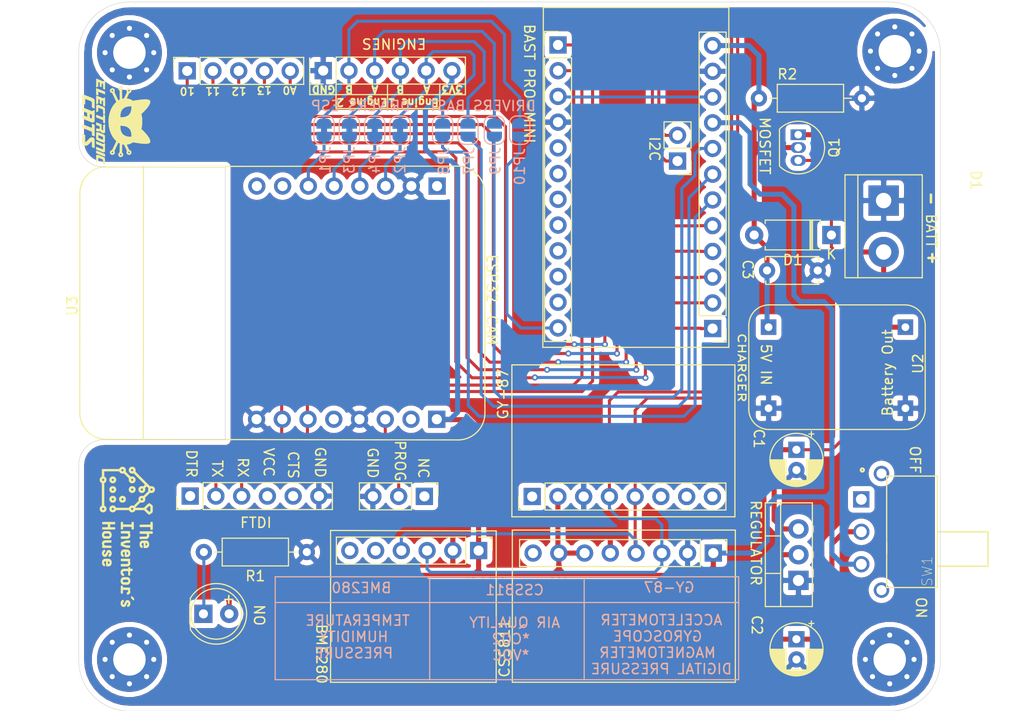
<source format=kicad_pcb>
(kicad_pcb (version 20171130) (host pcbnew "(5.1.0-0)")
  (layers (0 F.Cu signal) (31 B.Cu signal) (34 B.Paste user) (35 F.Paste user) (36 B.SilkS user) (37 F.SilkS user) (38 B.Mask user) (39 F.Mask user) (44 Edge.Cuts user))
  (net 0 "")
  (net 1 GND)
  (net 2 +3V3)
  (net 3 VCC)
  (net 4 "Net-(D2-Pad1)")
  (net 5 /BATT)
  (net 6 /SDA)
  (net 7 /SCL)
  (net 8 "Net-(J3-Pad8)")
  (net 9 /GPIO12)
  (net 10 /GPIO4)
  (net 11 /GPIO15)
  (net 12 /GPIO14)
  (net 13 /CTS)
  (net 14 /RX)
  (net 15 /TX)
  (net 16 /DTR)
  (net 17 /GPIO0)
  (net 18 /GPIO13)
  (net 19 /5V)
  (net 20 /3.3V-5V)
  (net 21 /DRDY)
  (net 22 /INTA)
  (net 23 /FSYNC)
  (net 24 /VCC-IN)
  (net 25 /9)
  (net 26 /8)
  (net 27 /7)
  (net 28 /6)
  (net 29 /5)
  (net 30 /4)
  (net 31 /3)
  (net 32 /2)
  (net 33 /RST)
  (net 34 /A3)
  (net 35 /A2)
  (net 36 /A1)
  (net 37 /A0)
  (net 38 /13)
  (net 39 /12)
  (net 40 /11)
  (net 41 /10)
  (net 42 /GPIO14E)
  (net 43 /GPIO12E)
  (net 44 /GPIO15E)
  (net 45 /GPIO13E)
  (net 46 /SCLE)
  (net 47 "Net-(J2-Pad6)")
  (net 48 "Net-(J2-Pad5)")
  (net 49 /GPIO2)
  (net 50 "Net-(J6-Pad1)")
  (net 51 "Net-(C2-Pad1)")
  (net 52 "Net-(SW1-Pad1)")
  (net 53 "Net-(J7-Pad4)")
  (net 54 "Net-(C1-Pad1)")
  (module Diode_THT:D_A-405_P7.62mm_Horizontal (layer F.Cu) (at 174.25 83.1 180)
    (fp_text reference D1 (at 3.81 -2.47 180) (layer F.SilkS))
    (fp_text value SB260-E3/54)
    (fp_text user K (at 0 -1.9 180) (layer F.SilkS))
    (pad 2 thru_hole oval (at 7.62 0 180) (size 1.8 1.8) (drill 0.9) (layers *.Cu *.Mask) (net 3 VCC))
    (pad 1 thru_hole rect (at 0 0 180) (size 1.8 1.8) (drill 0.9) (layers *.Cu *.Mask) (net 54 "Net-(C1-Pad1)"))
  )
  (module Package_TO_SOT_THT:TO-92_Inline (layer F.Cu) (at 170.975 73.2 270)
    (fp_text reference Q1 (at 1.27 -3.56 270) (layer F.SilkS))
    (fp_text value Q_PMOS_DGS)
    (pad 3 thru_hole rect (at 0 0 270) (size 1.05 1.5) (drill 0.75) (layers *.Cu *.Mask) (net 5 /BATT))
    (pad 1 thru_hole oval (at 2.54 0 270) (size 1.05 1.5) (drill 0.75) (layers *.Cu *.Mask) (net 54 "Net-(C1-Pad1)"))
    (pad 2 thru_hole oval (at 1.27 0 270) (size 1.05 1.5) (drill 0.75) (layers *.Cu *.Mask) (net 3 VCC))
  )
  (module Resistor_THT:R_Axial_DIN0207_L6.3mm_D2.5mm_P10.16mm_Horizontal (layer F.Cu) (at 167.1 69.6)
    (fp_text reference R2 (at 2.8 -2.37) (layer F.SilkS))
    (fp_text value 47k)
    (pad 2 thru_hole oval (at 10.16 0) (size 1.6 1.6) (drill 0.8) (layers *.Cu *.Mask) (net 1 GND))
    (pad 1 thru_hole circle (at 0 0) (size 1.6 1.6) (drill 0.8) (layers *.Cu *.Mask) (net 3 VCC))
  )
  (module Connector_PinSocket_2.54mm:PinSocket_1x05_P2.54mm_Vertical (layer F.Cu) (at 110.7 66.9 90)
    (fp_text reference J11)
    (fp_text value "Bast Pin")
    (pad 5 thru_hole oval (at 0 10.16 90) (size 1.7 1.7) (drill 1) (layers *.Cu *.Mask) (net 37 /A0))
    (pad 4 thru_hole oval (at 0 7.62 90) (size 1.7 1.7) (drill 1) (layers *.Cu *.Mask) (net 38 /13))
    (pad 3 thru_hole oval (at 0 5.08 90) (size 1.7 1.7) (drill 1) (layers *.Cu *.Mask) (net 39 /12))
    (pad 2 thru_hole oval (at 0 2.54 90) (size 1.7 1.7) (drill 1) (layers *.Cu *.Mask) (net 40 /11))
    (pad 1 thru_hole rect (at 0 0 90) (size 1.7 1.7) (drill 1) (layers *.Cu *.Mask) (net 41 /10))
  )
  (module connectors:SW_1825116-1 (layer F.Cu) (at 177.2 109.2 270)
    (fp_text reference SW1 (at 7.1 -6.5 270) (layer F.SilkS) (effects (font (size 1.00155 1.00155) (thickness 0.05))))
    (fp_text value "ON Battery")
    (pad 5 thru_hole circle (at -2.55 -1.99 270) (size 1.524 1.524) (drill 1) (layers *.Cu *.Mask))
    (pad 4 thru_hole circle (at 8.96 -1.99 270) (size 1.524 1.524) (drill 1) (layers *.Cu *.Mask))
    (pad 3 thru_hole circle (at 6.4 0 270) (size 1.605 1.605) (drill 1.07) (layers *.Cu *.Mask) (net 2 +3V3))
    (pad 2 thru_hole circle (at 3.2 0 270) (size 1.605 1.605) (drill 1.07) (layers *.Cu *.Mask) (net 51 "Net-(C2-Pad1)"))
    (pad 1 thru_hole rect (at 0 0 270) (size 1.605 1.605) (drill 1.07) (layers *.Cu *.Mask) (net 52 "Net-(SW1-Pad1)"))
  )
  (module Connector_PinHeader_2.54mm:PinHeader_1x03_P2.54mm_Vertical (layer F.Cu) (at 134.1 108.9 270)
    (fp_text reference J6)
    (fp_text value PROG)
    (pad 3 thru_hole oval (at 0 5.08 270) (size 1.7 1.7) (drill 1) (layers *.Cu *.Mask) (net 1 GND))
    (pad 2 thru_hole oval (at 0 2.54 270) (size 1.7 1.7) (drill 1) (layers *.Cu *.Mask) (net 17 /GPIO0))
    (pad 1 thru_hole rect (at 0 0 270) (size 1.7 1.7) (drill 1) (layers *.Cu *.Mask) (net 50 "Net-(J6-Pad1)"))
  )
  (module Rf:ESP32-CAM (layer F.Cu) (at 124.8 89.8 90)
    (fp_text reference U3 (at -0.29 -25.44 90) (layer F.SilkS))
    (fp_text value ESP32-CAM)
    (pad 16 thru_hole circle (at 11.53 -7.23 90) (size 1.7 1.7) (drill 1) (layers *.Cu *.Mask) (net 10 /GPIO4))
    (pad 15 thru_hole circle (at 11.53 -4.69 90) (size 1.7 1.7) (drill 1) (layers *.Cu *.Mask) (net 49 /GPIO2))
    (pad 14 thru_hole circle (at 11.53 -2.15 90) (size 1.7 1.7) (drill 1) (layers *.Cu *.Mask) (net 42 /GPIO14E))
    (pad 13 thru_hole circle (at 11.53 0.39 90) (size 1.7 1.7) (drill 1) (layers *.Cu *.Mask) (net 44 /GPIO15E))
    (pad 12 thru_hole circle (at 11.53 2.93 90) (size 1.7 1.7) (drill 1) (layers *.Cu *.Mask) (net 45 /GPIO13E))
    (pad 11 thru_hole circle (at 11.53 5.47 90) (size 1.7 1.7) (drill 1) (layers *.Cu *.Mask) (net 43 /GPIO12E))
    (pad 10 thru_hole circle (at 11.53 8.01 90) (size 1.7 1.7) (drill 1) (layers *.Cu *.Mask) (net 1 GND))
    (pad 9 thru_hole rect (at 11.53 10.55 90) (size 1.7 1.7) (drill 1) (layers *.Cu *.Mask) (net 19 /5V))
    (pad 8 thru_hole rect (at -11.49 10.52 90) (size 1.7 1.7) (drill 1) (layers *.Cu *.Mask) (net 2 +3V3))
    (pad 7 thru_hole circle (at -11.49 7.98 90) (size 1.7 1.7) (drill 1) (layers *.Cu *.Mask) (net 46 /SCLE))
    (pad 6 thru_hole circle (at -11.49 5.44 90) (size 1.7 1.7) (drill 1) (layers *.Cu *.Mask) (net 17 /GPIO0))
    (pad 5 thru_hole circle (at -11.49 2.9 90) (size 1.7 1.7) (drill 1) (layers *.Cu *.Mask) (net 1 GND))
    (pad 4 thru_hole circle (at -11.49 0.36 90) (size 1.7 1.7) (drill 1) (layers *.Cu *.Mask) (net 20 /3.3V-5V))
    (pad 3 thru_hole circle (at -11.49 -2.18 90) (size 1.7 1.7) (drill 1) (layers *.Cu *.Mask) (net 14 /RX))
    (pad 2 thru_hole circle (at -11.49 -4.72 90) (size 1.7 1.7) (drill 1) (layers *.Cu *.Mask) (net 15 /TX))
    (pad 1 thru_hole circle (at -11.49 -7.26 90) (size 1.7 1.7) (drill 1) (layers *.Cu *.Mask) (net 1 GND))
  )
  (module Batteries:charger_EC_3.3V_battery (layer F.Cu) (at 174.8 96.2 90)
    (fp_text reference U2 (at 0.4 8 90) (layer F.SilkS))
    (fp_text value MCP732831CHARGER)
    (pad 3 thru_hole rect (at 4 6.75 90) (size 1.524 1.524) (drill 0.762) (layers *.Cu *.Mask) (net 5 /BATT))
    (pad 4 thru_hole rect (at -4 6.75 90) (size 1.524 1.524) (drill 0.762) (layers *.Cu *.Mask) (net 1 GND))
    (pad 1 thru_hole rect (at 4 -6.75 90) (size 1.524 1.524) (drill 0.762) (layers *.Cu *.Mask) (net 3 VCC))
    (pad 2 thru_hole rect (at -4 -6.75 90) (size 1.524 1.524) (drill 0.762) (layers *.Cu *.Mask) (net 1 GND))
  )
  (module Jumper:SolderJumper-2_P1.3mm_Open_RoundedPad1.0x1.5mm (layer B.Cu) (at 143.5 72.75 90)
    (fp_text reference JP10 (at -3.6 0 90) (layer B.SilkS) (effects (justify mirror)))
    (fp_text value "Engine 2B")
    (pad 2 smd custom (at 0.65 0 90) (size 1 0.5) (layers B.Cu B.Mask) (net 12 /GPIO14) (options (clearance outline) (anchor rect)) (primitives (gr_circle (center 0 -0.25) (end 0.5 -0.25) (width 0)) (gr_circle (center 0 0.25) (end 0.5 0.25) (width 0)) (gr_poly (pts (xy 0 0.75) (xy -0.5 0.75) (xy -0.5 -0.75) (xy 0 -0.75)) (width 0))))
    (pad 1 smd custom (at -0.65 0 90) (size 1 0.5) (layers B.Cu B.Mask) (net 25 /9) (options (clearance outline) (anchor rect)) (primitives (gr_circle (center 0 -0.25) (end 0.5 -0.25) (width 0)) (gr_circle (center 0 0.25) (end 0.5 0.25) (width 0)) (gr_poly (pts (xy 0 0.75) (xy 0.5 0.75) (xy 0.5 -0.75) (xy 0 -0.75)) (width 0))))
  )
  (module Jumper:SolderJumper-2_P1.3mm_Open_RoundedPad1.0x1.5mm (layer B.Cu) (at 141 72.75 90)
    (fp_text reference JP9 (at -3.05 0.1 90) (layer B.SilkS) (effects (justify mirror)))
    (fp_text value "Engine 2A")
    (pad 2 smd custom (at 0.65 0 90) (size 1 0.5) (layers B.Cu B.Mask) (net 11 /GPIO15) (options (clearance outline) (anchor rect)) (primitives (gr_circle (center 0 -0.25) (end 0.5 -0.25) (width 0)) (gr_circle (center 0 0.25) (end 0.5 0.25) (width 0)) (gr_poly (pts (xy 0 0.75) (xy -0.5 0.75) (xy -0.5 -0.75) (xy 0 -0.75)) (width 0))))
    (pad 1 smd custom (at -0.65 0 90) (size 1 0.5) (layers B.Cu B.Mask) (net 34 /A3) (options (clearance outline) (anchor rect)) (primitives (gr_circle (center 0 -0.25) (end 0.5 -0.25) (width 0)) (gr_circle (center 0 0.25) (end 0.5 0.25) (width 0)) (gr_poly (pts (xy 0 0.75) (xy 0.5 0.75) (xy 0.5 -0.75) (xy 0 -0.75)) (width 0))))
  )
  (module Jumper:SolderJumper-2_P1.3mm_Open_RoundedPad1.0x1.5mm (layer B.Cu) (at 135.9 72.75 90)
    (fp_text reference JP8 (at -3.05 0.1 90) (layer B.SilkS) (effects (justify mirror)))
    (fp_text value "Engine 1B")
    (pad 2 smd custom (at 0.65 0 90) (size 1 0.5) (layers B.Cu B.Mask) (net 9 /GPIO12) (options (clearance outline) (anchor rect)) (primitives (gr_circle (center 0 -0.25) (end 0.5 -0.25) (width 0)) (gr_circle (center 0 0.25) (end 0.5 0.25) (width 0)) (gr_poly (pts (xy 0 0.75) (xy -0.5 0.75) (xy -0.5 -0.75) (xy 0 -0.75)) (width 0))))
    (pad 1 smd custom (at -0.65 0 90) (size 1 0.5) (layers B.Cu B.Mask) (net 36 /A1) (options (clearance outline) (anchor rect)) (primitives (gr_circle (center 0 -0.25) (end 0.5 -0.25) (width 0)) (gr_circle (center 0 0.25) (end 0.5 0.25) (width 0)) (gr_poly (pts (xy 0 0.75) (xy 0.5 0.75) (xy 0.5 -0.75) (xy 0 -0.75)) (width 0))))
  )
  (module Jumper:SolderJumper-2_P1.3mm_Open_RoundedPad1.0x1.5mm (layer B.Cu) (at 138.4 72.75 90)
    (fp_text reference JP7 (at -3.05 0.1 90) (layer B.SilkS) (effects (justify mirror)))
    (fp_text value "Engine 1 A")
    (pad 2 smd custom (at 0.65 0 90) (size 1 0.5) (layers B.Cu B.Mask) (net 18 /GPIO13) (options (clearance outline) (anchor rect)) (primitives (gr_circle (center 0 -0.25) (end 0.5 -0.25) (width 0)) (gr_circle (center 0 0.25) (end 0.5 0.25) (width 0)) (gr_poly (pts (xy 0 0.75) (xy -0.5 0.75) (xy -0.5 -0.75) (xy 0 -0.75)) (width 0))))
    (pad 1 smd custom (at -0.65 0 90) (size 1 0.5) (layers B.Cu B.Mask) (net 35 /A2) (options (clearance outline) (anchor rect)) (primitives (gr_circle (center 0 -0.25) (end 0.5 -0.25) (width 0)) (gr_circle (center 0 0.25) (end 0.5 0.25) (width 0)) (gr_poly (pts (xy 0 0.75) (xy 0.5 0.75) (xy 0.5 -0.75) (xy 0 -0.75)) (width 0))))
  )
  (module Aesthetics:huntercat_135x74 (layer F.Cu) (at 104.8 112.9 270)
    (fp_text reference G*** hide)
    (fp_text value LOGO hide)
  )
  (module Aesthetics:electronic_cats_logo_8x6 (layer F.Cu) (at 103.7 71.9 270)
    (fp_text reference G*** hide)
    (fp_text value LOGO hide)
  )
  (module Connector_PinHeader_2.54mm:PinHeader_1x06_P2.54mm_Vertical (layer F.Cu) (at 139.445 114.254 270)
    (fp_text reference J2)
    (fp_text value BME280)
    (pad 6 thru_hole oval (at 0 12.7 270) (size 1.7 1.7) (drill 1) (layers *.Cu *.Mask) (net 47 "Net-(J2-Pad6)"))
    (pad 5 thru_hole oval (at 0 10.16 270) (size 1.7 1.7) (drill 1) (layers *.Cu *.Mask) (net 48 "Net-(J2-Pad5)"))
    (pad 4 thru_hole oval (at 0 7.62 270) (size 1.7 1.7) (drill 1) (layers *.Cu *.Mask) (net 6 /SDA))
    (pad 3 thru_hole oval (at 0 5.08 270) (size 1.7 1.7) (drill 1) (layers *.Cu *.Mask) (net 7 /SCL))
    (pad 2 thru_hole oval (at 0 2.54 270) (size 1.7 1.7) (drill 1) (layers *.Cu *.Mask) (net 1 GND))
    (pad 1 thru_hole rect (at 0 0 270) (size 1.7 1.7) (drill 1) (layers *.Cu *.Mask) (net 2 +3V3))
  )
  (module Jumper:SolderJumper-2_P1.3mm_Bridged_RoundedPad1.0x1.5mm (layer B.Cu) (at 129.2 72.771 90)
    (fp_text reference JP4 (at -2.921 0 90) (layer B.SilkS) (effects (justify mirror)))
    (fp_text value "Engine 1B")
    (fp_poly (pts (xy 0.25 0.3) (xy -0.25 0.3) (xy -0.25 -0.3) (xy 0.25 -0.3)) (layer B.Cu) (width 0))
    (pad 1 smd custom (at -0.65 0 90) (size 1 0.5) (layers B.Cu B.Mask) (net 45 /GPIO13E) (options (clearance outline) (anchor rect)) (primitives (gr_circle (center 0 -0.25) (end 0.5 -0.25) (width 0)) (gr_circle (center 0 0.25) (end 0.5 0.25) (width 0)) (gr_poly (pts (xy 0 0.75) (xy 0.5 0.75) (xy 0.5 -0.75) (xy 0 -0.75)) (width 0))))
    (pad 2 smd custom (at 0.65 0 90) (size 1 0.5) (layers B.Cu B.Mask) (net 18 /GPIO13) (options (clearance outline) (anchor rect)) (primitives (gr_circle (center 0 -0.25) (end 0.5 -0.25) (width 0)) (gr_circle (center 0 0.25) (end 0.5 0.25) (width 0)) (gr_poly (pts (xy 0 0.75) (xy -0.5 0.75) (xy -0.5 -0.75) (xy 0 -0.75)) (width 0))))
  )
  (module Jumper:SolderJumper-2_P1.3mm_Bridged_RoundedPad1.0x1.5mm (layer B.Cu) (at 126.7 72.756 90)
    (fp_text reference JP3 (at -2.936 0 90) (layer B.SilkS) (effects (justify mirror)))
    (fp_text value "Engine 2A")
    (fp_poly (pts (xy 0.25 0.3) (xy -0.25 0.3) (xy -0.25 -0.3) (xy 0.25 -0.3)) (layer B.Cu) (width 0))
    (pad 1 smd custom (at -0.65 0 90) (size 1 0.5) (layers B.Cu B.Mask) (net 44 /GPIO15E) (options (clearance outline) (anchor rect)) (primitives (gr_circle (center 0 -0.25) (end 0.5 -0.25) (width 0)) (gr_circle (center 0 0.25) (end 0.5 0.25) (width 0)) (gr_poly (pts (xy 0 0.75) (xy 0.5 0.75) (xy 0.5 -0.75) (xy 0 -0.75)) (width 0))))
    (pad 2 smd custom (at 0.65 0 90) (size 1 0.5) (layers B.Cu B.Mask) (net 11 /GPIO15) (options (clearance outline) (anchor rect)) (primitives (gr_circle (center 0 -0.25) (end 0.5 -0.25) (width 0)) (gr_circle (center 0 0.25) (end 0.5 0.25) (width 0)) (gr_poly (pts (xy 0 0.75) (xy -0.5 0.75) (xy -0.5 -0.75) (xy 0 -0.75)) (width 0))))
  )
  (module Jumper:SolderJumper-2_P1.3mm_Bridged_RoundedPad1.0x1.5mm (layer B.Cu) (at 131.7 72.771 90)
    (fp_text reference JP2 (at -2.921 0 90) (layer B.SilkS) (effects (justify mirror)))
    (fp_text value "Engine 1A")
    (fp_poly (pts (xy 0.25 0.3) (xy -0.25 0.3) (xy -0.25 -0.3) (xy 0.25 -0.3)) (layer B.Cu) (width 0))
    (pad 1 smd custom (at -0.65 0 90) (size 1 0.5) (layers B.Cu B.Mask) (net 43 /GPIO12E) (options (clearance outline) (anchor rect)) (primitives (gr_circle (center 0 -0.25) (end 0.5 -0.25) (width 0)) (gr_circle (center 0 0.25) (end 0.5 0.25) (width 0)) (gr_poly (pts (xy 0 0.75) (xy 0.5 0.75) (xy 0.5 -0.75) (xy 0 -0.75)) (width 0))))
    (pad 2 smd custom (at 0.65 0 90) (size 1 0.5) (layers B.Cu B.Mask) (net 9 /GPIO12) (options (clearance outline) (anchor rect)) (primitives (gr_circle (center 0 -0.25) (end 0.5 -0.25) (width 0)) (gr_circle (center 0 0.25) (end 0.5 0.25) (width 0)) (gr_poly (pts (xy 0 0.75) (xy -0.5 0.75) (xy -0.5 -0.75) (xy 0 -0.75)) (width 0))))
  )
  (module Jumper:SolderJumper-2_P1.3mm_Bridged_RoundedPad1.0x1.5mm (layer B.Cu) (at 124.2 72.756 90)
    (fp_text reference JP1 (at -2.936 0.127 90) (layer B.SilkS) (effects (justify mirror)))
    (fp_text value "Engine 2B")
    (fp_poly (pts (xy 0.25 0.3) (xy -0.25 0.3) (xy -0.25 -0.3) (xy 0.25 -0.3)) (layer B.Cu) (width 0))
    (pad 1 smd custom (at -0.65 0 90) (size 1 0.5) (layers B.Cu B.Mask) (net 42 /GPIO14E) (options (clearance outline) (anchor rect)) (primitives (gr_circle (center 0 -0.25) (end 0.5 -0.25) (width 0)) (gr_circle (center 0 0.25) (end 0.5 0.25) (width 0)) (gr_poly (pts (xy 0 0.75) (xy 0.5 0.75) (xy 0.5 -0.75) (xy 0 -0.75)) (width 0))))
    (pad 2 smd custom (at 0.65 0 90) (size 1 0.5) (layers B.Cu B.Mask) (net 12 /GPIO14) (options (clearance outline) (anchor rect)) (primitives (gr_circle (center 0 -0.25) (end 0.5 -0.25) (width 0)) (gr_circle (center 0 0.25) (end 0.5 0.25) (width 0)) (gr_poly (pts (xy 0 0.75) (xy -0.5 0.75) (xy -0.5 -0.75) (xy 0 -0.75)) (width 0))))
  )
  (module Connector_PinHeader_2.54mm:PinHeader_1x12_P2.54mm_Vertical (layer F.Cu) (at 162.53 92.34 180)
    (fp_text reference J10)
    (fp_text value Analog)
    (pad 12 thru_hole oval (at 0 27.94 180) (size 1.7 1.7) (drill 1) (layers *.Cu *.Mask) (net 3 VCC))
    (pad 11 thru_hole oval (at 0 25.4 180) (size 1.7 1.7) (drill 1) (layers *.Cu *.Mask) (net 1 GND))
    (pad 10 thru_hole oval (at 0 22.86 180) (size 1.7 1.7) (drill 1) (layers *.Cu *.Mask) (net 33 /RST))
    (pad 9 thru_hole oval (at 0 20.32 180) (size 1.7 1.7) (drill 1) (layers *.Cu *.Mask) (net 2 +3V3))
    (pad 8 thru_hole oval (at 0 17.78 180) (size 1.7 1.7) (drill 1) (layers *.Cu *.Mask) (net 34 /A3))
    (pad 7 thru_hole oval (at 0 15.24 180) (size 1.7 1.7) (drill 1) (layers *.Cu *.Mask) (net 35 /A2))
    (pad 6 thru_hole oval (at 0 12.7 180) (size 1.7 1.7) (drill 1) (layers *.Cu *.Mask) (net 36 /A1))
    (pad 5 thru_hole oval (at 0 10.16 180) (size 1.7 1.7) (drill 1) (layers *.Cu *.Mask) (net 37 /A0))
    (pad 4 thru_hole oval (at 0 7.62 180) (size 1.7 1.7) (drill 1) (layers *.Cu *.Mask) (net 38 /13))
    (pad 3 thru_hole oval (at 0 5.08 180) (size 1.7 1.7) (drill 1) (layers *.Cu *.Mask) (net 39 /12))
    (pad 2 thru_hole oval (at 0 2.54 180) (size 1.7 1.7) (drill 1) (layers *.Cu *.Mask) (net 40 /11))
    (pad 1 thru_hole rect (at 0 0 180) (size 1.7 1.7) (drill 1) (layers *.Cu *.Mask) (net 41 /10))
  )
  (module Connector_PinHeader_2.54mm:PinHeader_1x02_P2.54mm_Vertical (layer F.Cu) (at 159.07 75.8 180)
    (fp_text reference J9)
    (fp_text value i2c)
    (pad 2 thru_hole oval (at 0 2.54 180) (size 1.7 1.7) (drill 1) (layers *.Cu *.Mask) (net 7 /SCL))
    (pad 1 thru_hole rect (at 0 0 180) (size 1.7 1.7) (drill 1) (layers *.Cu *.Mask) (net 6 /SDA))
  )
  (module Connector_PinHeader_2.54mm:PinHeader_1x12_P2.54mm_Vertical (layer F.Cu) (at 147.28 64.34)
    (fp_text reference J8)
    (fp_text value Digital)
    (pad 12 thru_hole oval (at 0 27.94) (size 1.7 1.7) (drill 1) (layers *.Cu *.Mask) (net 25 /9))
    (pad 11 thru_hole oval (at 0 25.4) (size 1.7 1.7) (drill 1) (layers *.Cu *.Mask) (net 26 /8))
    (pad 10 thru_hole oval (at 0 22.86) (size 1.7 1.7) (drill 1) (layers *.Cu *.Mask) (net 27 /7))
    (pad 9 thru_hole oval (at 0 20.32) (size 1.7 1.7) (drill 1) (layers *.Cu *.Mask) (net 28 /6))
    (pad 8 thru_hole oval (at 0 17.78) (size 1.7 1.7) (drill 1) (layers *.Cu *.Mask) (net 29 /5))
    (pad 7 thru_hole oval (at 0 15.24) (size 1.7 1.7) (drill 1) (layers *.Cu *.Mask) (net 30 /4))
    (pad 6 thru_hole oval (at 0 12.7) (size 1.7 1.7) (drill 1) (layers *.Cu *.Mask) (net 31 /3))
    (pad 5 thru_hole oval (at 0 10.16) (size 1.7 1.7) (drill 1) (layers *.Cu *.Mask) (net 32 /2))
    (pad 4 thru_hole oval (at 0 7.62) (size 1.7 1.7) (drill 1) (layers *.Cu *.Mask) (net 1 GND))
    (pad 3 thru_hole oval (at 0 5.08) (size 1.7 1.7) (drill 1) (layers *.Cu *.Mask) (net 33 /RST))
    (pad 2 thru_hole oval (at 0 2.54) (size 1.7 1.7) (drill 1) (layers *.Cu *.Mask) (net 15 /TX))
    (pad 1 thru_hole rect (at 0 0) (size 1.7 1.7) (drill 1) (layers *.Cu *.Mask) (net 14 /RX))
  )
  (module Connector_PinHeader_2.54mm:PinHeader_1x08_P2.54mm_Vertical (layer F.Cu) (at 144.73 108.92 90)
    (fp_text reference J5)
    (fp_text value GY-87 (at 10.114 -2.871 -90) (layer F.SilkS))
    (pad 8 thru_hole oval (at 0 17.78 90) (size 1.7 1.7) (drill 1) (layers *.Cu *.Mask) (net 21 /DRDY))
    (pad 7 thru_hole oval (at 0 15.24 90) (size 1.7 1.7) (drill 1) (layers *.Cu *.Mask) (net 22 /INTA))
    (pad 6 thru_hole oval (at 0 12.7 90) (size 1.7 1.7) (drill 1) (layers *.Cu *.Mask) (net 23 /FSYNC))
    (pad 5 thru_hole oval (at 0 10.16 90) (size 1.7 1.7) (drill 1) (layers *.Cu *.Mask) (net 6 /SDA))
    (pad 4 thru_hole oval (at 0 7.62 90) (size 1.7 1.7) (drill 1) (layers *.Cu *.Mask) (net 7 /SCL))
    (pad 3 thru_hole oval (at 0 5.08 90) (size 1.7 1.7) (drill 1) (layers *.Cu *.Mask) (net 1 GND))
    (pad 2 thru_hole oval (at 0 2.54 90) (size 1.7 1.7) (drill 1) (layers *.Cu *.Mask) (net 2 +3V3))
    (pad 1 thru_hole rect (at 0 0 90) (size 1.7 1.7) (drill 1) (layers *.Cu *.Mask) (net 24 /VCC-IN))
  )
  (module MountingHole:MountingHole_3.2mm_M3_Pad_Via (layer F.Cu) (at 105 125)
    (fp_text reference REF**)
    (fp_text value MountingHole_3.2mm_M3_Pad_Via)
    (pad 1 thru_hole circle (at 0 0) (size 6.4 6.4) (drill 3.2) (layers *.Cu *.Mask))
    (pad 1 thru_hole circle (at 2.4 0) (size 0.8 0.8) (drill 0.5) (layers *.Cu *.Mask))
    (pad 1 thru_hole circle (at 1.697056 1.697056) (size 0.8 0.8) (drill 0.5) (layers *.Cu *.Mask))
    (pad 1 thru_hole circle (at 0 2.4) (size 0.8 0.8) (drill 0.5) (layers *.Cu *.Mask))
    (pad 1 thru_hole circle (at -1.697056 1.697056) (size 0.8 0.8) (drill 0.5) (layers *.Cu *.Mask))
    (pad 1 thru_hole circle (at -2.4 0) (size 0.8 0.8) (drill 0.5) (layers *.Cu *.Mask))
    (pad 1 thru_hole circle (at -1.697056 -1.697056) (size 0.8 0.8) (drill 0.5) (layers *.Cu *.Mask))
    (pad 1 thru_hole circle (at 0 -2.4) (size 0.8 0.8) (drill 0.5) (layers *.Cu *.Mask))
    (pad 1 thru_hole circle (at 1.697056 -1.697056) (size 0.8 0.8) (drill 0.5) (layers *.Cu *.Mask))
  )
  (module MountingHole:MountingHole_3.2mm_M3_Pad_Via (layer F.Cu) (at 105 65.1)
    (fp_text reference REF**)
    (fp_text value MountingHole_3.2mm_M3_Pad_Via)
    (pad 1 thru_hole circle (at 1.697056 -1.697056) (size 0.8 0.8) (drill 0.5) (layers *.Cu *.Mask))
    (pad 1 thru_hole circle (at 0 -2.4) (size 0.8 0.8) (drill 0.5) (layers *.Cu *.Mask))
    (pad 1 thru_hole circle (at -1.697056 -1.697056) (size 0.8 0.8) (drill 0.5) (layers *.Cu *.Mask))
    (pad 1 thru_hole circle (at -2.4 0) (size 0.8 0.8) (drill 0.5) (layers *.Cu *.Mask))
    (pad 1 thru_hole circle (at -1.697056 1.697056) (size 0.8 0.8) (drill 0.5) (layers *.Cu *.Mask))
    (pad 1 thru_hole circle (at 0 2.4) (size 0.8 0.8) (drill 0.5) (layers *.Cu *.Mask))
    (pad 1 thru_hole circle (at 1.697056 1.697056) (size 0.8 0.8) (drill 0.5) (layers *.Cu *.Mask))
    (pad 1 thru_hole circle (at 2.4 0) (size 0.8 0.8) (drill 0.5) (layers *.Cu *.Mask))
    (pad 1 thru_hole circle (at 0 0) (size 6.4 6.4) (drill 3.2) (layers *.Cu *.Mask))
  )
  (module MountingHole:MountingHole_3.2mm_M3_Pad_Via (layer F.Cu) (at 180.5 64.95)
    (fp_text reference REF**)
    (fp_text value MountingHole_3.2mm_M3_Pad_Via)
    (pad 1 thru_hole circle (at 0 0) (size 6.4 6.4) (drill 3.2) (layers *.Cu *.Mask))
    (pad 1 thru_hole circle (at 2.4 0) (size 0.8 0.8) (drill 0.5) (layers *.Cu *.Mask))
    (pad 1 thru_hole circle (at 1.697056 1.697056) (size 0.8 0.8) (drill 0.5) (layers *.Cu *.Mask))
    (pad 1 thru_hole circle (at 0 2.4) (size 0.8 0.8) (drill 0.5) (layers *.Cu *.Mask))
    (pad 1 thru_hole circle (at -1.697056 1.697056) (size 0.8 0.8) (drill 0.5) (layers *.Cu *.Mask))
    (pad 1 thru_hole circle (at -2.4 0) (size 0.8 0.8) (drill 0.5) (layers *.Cu *.Mask))
    (pad 1 thru_hole circle (at -1.697056 -1.697056) (size 0.8 0.8) (drill 0.5) (layers *.Cu *.Mask))
    (pad 1 thru_hole circle (at 0 -2.4) (size 0.8 0.8) (drill 0.5) (layers *.Cu *.Mask))
    (pad 1 thru_hole circle (at 1.697056 -1.697056) (size 0.8 0.8) (drill 0.5) (layers *.Cu *.Mask))
  )
  (module MountingHole:MountingHole_3.2mm_M3_Pad_Via (layer F.Cu) (at 180 125)
    (fp_text reference REF**)
    (fp_text value MountingHole_3.2mm_M3_Pad_Via)
    (pad 1 thru_hole circle (at 1.697056 -1.697056) (size 0.8 0.8) (drill 0.5) (layers *.Cu *.Mask))
    (pad 1 thru_hole circle (at 0 -2.4) (size 0.8 0.8) (drill 0.5) (layers *.Cu *.Mask))
    (pad 1 thru_hole circle (at -1.697056 -1.697056) (size 0.8 0.8) (drill 0.5) (layers *.Cu *.Mask))
    (pad 1 thru_hole circle (at -2.4 0) (size 0.8 0.8) (drill 0.5) (layers *.Cu *.Mask))
    (pad 1 thru_hole circle (at -1.697056 1.697056) (size 0.8 0.8) (drill 0.5) (layers *.Cu *.Mask))
    (pad 1 thru_hole circle (at 0 2.4) (size 0.8 0.8) (drill 0.5) (layers *.Cu *.Mask))
    (pad 1 thru_hole circle (at 1.697056 1.697056) (size 0.8 0.8) (drill 0.5) (layers *.Cu *.Mask))
    (pad 1 thru_hole circle (at 2.4 0) (size 0.8 0.8) (drill 0.5) (layers *.Cu *.Mask))
    (pad 1 thru_hole circle (at 0 0) (size 6.4 6.4) (drill 3.2) (layers *.Cu *.Mask))
  )
  (module Package_TO_SOT_THT:TO-220-3_Vertical (layer F.Cu) (at 171 117.2 90)
    (fp_text reference U1)
    (fp_text value LD1117A33)
    (pad 3 thru_hole oval (at 5.08 0 90) (size 1.905 2) (drill 1.1) (layers *.Cu *.Mask) (net 54 "Net-(C1-Pad1)"))
    (pad 2 thru_hole oval (at 2.54 0 90) (size 1.905 2) (drill 1.1) (layers *.Cu *.Mask) (net 51 "Net-(C2-Pad1)"))
    (pad 1 thru_hole rect (at 0 0 90) (size 1.905 2) (drill 1.1) (layers *.Cu *.Mask) (net 1 GND))
  )
  (module Resistor_THT:R_Axial_DIN0207_L6.3mm_D2.5mm_P10.16mm_Horizontal (layer F.Cu) (at 122.5 114.4 180)
    (fp_text reference R1 (at 5.08 -2.37 180) (layer F.SilkS))
    (fp_text value 330)
    (pad 2 thru_hole oval (at 10.16 0 180) (size 1.6 1.6) (drill 0.8) (layers *.Cu *.Mask) (net 4 "Net-(D2-Pad1)"))
    (pad 1 thru_hole circle (at 0 0 180) (size 1.6 1.6) (drill 0.8) (layers *.Cu *.Mask) (net 1 GND))
  )
  (module Connector_PinHeader_2.54mm:PinHeader_1x06_P2.54mm_Vertical (layer F.Cu) (at 110.99 108.876 90)
    (fp_text reference J7)
    (fp_text value FTDI (at -2.63 6.485 180) (layer F.SilkS))
    (pad 6 thru_hole oval (at 0 12.7 90) (size 1.7 1.7) (drill 1) (layers *.Cu *.Mask) (net 1 GND))
    (pad 5 thru_hole oval (at 0 10.16 90) (size 1.7 1.7) (drill 1) (layers *.Cu *.Mask) (net 13 /CTS))
    (pad 4 thru_hole oval (at 0 7.62 90) (size 1.7 1.7) (drill 1) (layers *.Cu *.Mask) (net 53 "Net-(J7-Pad4)"))
    (pad 3 thru_hole oval (at 0 5.08 90) (size 1.7 1.7) (drill 1) (layers *.Cu *.Mask) (net 14 /RX))
    (pad 2 thru_hole oval (at 0 2.54 90) (size 1.7 1.7) (drill 1) (layers *.Cu *.Mask) (net 15 /TX))
    (pad 1 thru_hole rect (at 0 0 90) (size 1.7 1.7) (drill 1) (layers *.Cu *.Mask) (net 16 /DTR))
  )
  (module Connector_PinHeader_2.54mm:PinHeader_1x06_P2.54mm_Vertical (layer F.Cu) (at 124.115 66.872 90)
    (fp_text reference J4)
    (fp_text value DRIVERS)
    (pad 6 thru_hole oval (at 0 12.7 90) (size 1.7 1.7) (drill 1) (layers *.Cu *.Mask) (net 2 +3V3))
    (pad 5 thru_hole oval (at 0 10.16 90) (size 1.7 1.7) (drill 1) (layers *.Cu *.Mask) (net 9 /GPIO12))
    (pad 4 thru_hole oval (at 0 7.62 90) (size 1.7 1.7) (drill 1) (layers *.Cu *.Mask) (net 18 /GPIO13))
    (pad 3 thru_hole oval (at 0 5.08 90) (size 1.7 1.7) (drill 1) (layers *.Cu *.Mask) (net 11 /GPIO15))
    (pad 2 thru_hole oval (at 0 2.54 90) (size 1.7 1.7) (drill 1) (layers *.Cu *.Mask) (net 12 /GPIO14))
    (pad 1 thru_hole rect (at 0 0 90) (size 1.7 1.7) (drill 1) (layers *.Cu *.Mask) (net 1 GND))
  )
  (module Connector_PinHeader_2.54mm:PinHeader_1x08_P2.54mm_Vertical (layer F.Cu) (at 162.6 114.5 270)
    (fp_text reference J3)
    (fp_text value CSS811 (at 9.4 20.6 270) (layer F.SilkS))
    (pad 8 thru_hole oval (at 0 17.78 270) (size 1.7 1.7) (drill 1) (layers *.Cu *.Mask) (net 8 "Net-(J3-Pad8)"))
    (pad 7 thru_hole oval (at 0 15.24 270) (size 1.7 1.7) (drill 1) (layers *.Cu *.Mask) (net 2 +3V3))
    (pad 6 thru_hole oval (at 0 12.7 270) (size 1.7 1.7) (drill 1) (layers *.Cu *.Mask) (net 2 +3V3))
    (pad 5 thru_hole oval (at 0 10.16 270) (size 1.7 1.7) (drill 1) (layers *.Cu *.Mask) (net 1 GND))
    (pad 4 thru_hole oval (at 0 7.62 270) (size 1.7 1.7) (drill 1) (layers *.Cu *.Mask) (net 6 /SDA))
    (pad 3 thru_hole oval (at 0 5.08 270) (size 1.7 1.7) (drill 1) (layers *.Cu *.Mask) (net 7 /SCL))
    (pad 2 thru_hole oval (at 0 2.54 270) (size 1.7 1.7) (drill 1) (layers *.Cu *.Mask) (net 1 GND))
    (pad 1 thru_hole rect (at 0 0 270) (size 1.7 1.7) (drill 1) (layers *.Cu *.Mask) (net 2 +3V3))
  )
  (module TerminalBlock:TerminalBlock_bornier-2_P5.08mm (layer F.Cu) (at 179.4 79.7 270)
    (fp_text reference J1)
    (fp_text value BATT)
    (pad 2 thru_hole circle (at 5.08 0 270) (size 3 3) (drill 1.52) (layers *.Cu *.Mask) (net 5 /BATT))
    (pad 1 thru_hole rect (at 0 0 270) (size 3 3) (drill 1.52) (layers *.Cu *.Mask) (net 1 GND))
  )
  (module LED_THT:LED_D5.0mm (layer F.Cu) (at 112.3 120.5)
    (fp_text reference D2)
    (fp_text value ON (at 5.588 0.127 -90) (layer F.SilkS))
    (pad 2 thru_hole circle (at 2.54 0) (size 1.8 1.8) (drill 0.9) (layers *.Cu *.Mask) (net 2 +3V3))
    (pad 1 thru_hole rect (at 0 0) (size 1.8 1.8) (drill 0.9) (layers *.Cu *.Mask) (net 4 "Net-(D2-Pad1)"))
  )
  (module Capacitor_THT:C_Disc_D5.0mm_W2.5mm_P5.00mm (layer F.Cu) (at 167.9 86.6)
    (fp_text reference C3)
    (fp_text value 0.1uf)
    (pad 2 thru_hole circle (at 5 0) (size 1.6 1.6) (drill 0.8) (layers *.Cu *.Mask) (net 1 GND))
    (pad 1 thru_hole circle (at 0 0) (size 1.6 1.6) (drill 0.8) (layers *.Cu *.Mask) (net 3 VCC))
  )
  (module Capacitor_THT:CP_Radial_D5.0mm_P2.00mm (layer F.Cu) (at 170.8 123 270)
    (fp_text reference C2)
    (fp_text value 10uf)
    (pad 2 thru_hole circle (at 2 0 270) (size 1.6 1.6) (drill 0.8) (layers *.Cu *.Mask) (net 1 GND))
    (pad 1 thru_hole rect (at 0 0 270) (size 1.6 1.6) (drill 0.8) (layers *.Cu *.Mask) (net 51 "Net-(C2-Pad1)"))
  )
  (module Capacitor_THT:CP_Radial_D5.0mm_P2.00mm (layer F.Cu) (at 170.8 104.3 270)
    (fp_text reference C1)
    (fp_text value 10uf)
    (pad 2 thru_hole circle (at 2 0 270) (size 1.6 1.6) (drill 0.8) (layers *.Cu *.Mask) (net 1 GND))
    (pad 1 thru_hole rect (at 0 0 270) (size 1.6 1.6) (drill 0.8) (layers *.Cu *.Mask) (net 54 "Net-(C1-Pad1)"))
  )
  (gr_text ON (at 183.1 119.9 270) (layer F.SilkS) (effects (font (size 1 1))))
  (gr_text I2C (at 156.8 74.6 270) (layer F.SilkS) (effects (font (size 1 1))))
  (gr_text "D1\n" (at 188.5 77.675 270) (layer F.SilkS) (effects (font (size 1 1))))
  (gr_text MOSFET (at 167.675 74.3 270) (layer F.SilkS) (effects (font (size 1 1))))
  (gr_text 10 (at 110.7 68.9 180) (layer F.SilkS) (effects (font (size 0.75 0.75))))
  (gr_text 11 (at 113.2 68.9 180) (layer F.SilkS) (effects (font (size 0.75 0.75))))
  (gr_text 12 (at 115.8 68.9 180) (layer F.SilkS) (effects (font (size 0.75 0.75))))
  (gr_text 13 (at 118.3 68.8 180) (layer F.SilkS) (effects (font (size 0.75 0.75))))
  (gr_text A0 (at 120.8 68.8 180) (layer F.SilkS) (effects (font (size 0.75 0.75))))
  (gr_text OFF (at 182.5 105.3 270) (layer F.SilkS) (effects (font (size 1 1))))
  (gr_text + (at 114.8 119) (layer F.SilkS) (effects (font (size 1 1))))
  (gr_text NC (at 134 106.1 270) (layer F.SilkS) (effects (font (size 1 1))))
  (gr_text GND (at 129 105.6 270) (layer F.SilkS) (effects (font (size 1 1))))
  (gr_text PROG (at 131.7 105.4 270) (layer F.SilkS) (effects (font (size 1 1))))
  (gr_text "Battery Out" (at 179.8 96.7 90) (layer F.SilkS) (effects (font (size 1 1))))
  (gr_text "5V IN" (at 167.8 95.9 270) (layer F.SilkS) (effects (font (size 1 1))))
  (gr_line (start 119.38 119.38) (end 165.1 119.38) (layer B.SilkS) (width 0.12))
  (gr_line (start 149.86 116.84) (end 149.86 127) (layer B.SilkS) (width 0.12))
  (gr_line (start 134.62 116.84) (end 134.62 127) (layer B.SilkS) (width 0.12))
  (gr_line (start 165.1 116.84) (end 165.1 127) (layer B.SilkS) (width 0.12))
  (gr_line (start 119.38 116.84) (end 165.1 116.84) (layer B.SilkS) (width 0.12))
  (gr_line (start 119.38 127) (end 119.38 116.84) (layer B.SilkS) (width 0.12))
  (gr_line (start 134.62 127) (end 119.38 127) (layer B.SilkS) (width 0.12))
  (gr_line (start 165.1 127) (end 134.62 127) (layer B.SilkS) (width 0.12))
  (gr_text "GY-87  \n\nACCELETOMETER\n GYROSCOPE\n MAGNETOMETER\n DIGITAL PRESSURE " (at 157.48 121.92) (layer B.SilkS) (effects (font (size 1 1)) (justify mirror)))
  (gr_text "CSS811\n\nAIR QUALITY\n *CO2\n *VOC\n   " (at 143.002 122.174) (layer B.SilkS) (effects (font (size 1 1)) (justify mirror)))
  (gr_text "BME280 \n\nTEMPERATURE\n HUMIDITY\n PRESSURE" (at 127.508 121.158) (layer B.SilkS) (effects (font (size 1 1)) (justify mirror)))
  (gr_text "C3\n" (at 166 86.5 270) (layer F.SilkS) (effects (font (size 1 1))))
  (gr_text "BATT\n" (at 184.1 82.7 270) (layer F.SilkS) (effects (font (size 1 1))))
  (gr_text + (at 184.2 85.3) (layer F.SilkS) (effects (font (size 1 1) (thickness 0.25))))
  (gr_text - (at 184 79.5 90) (layer F.SilkS) (effects (font (size 1 1) (thickness 0.25))))
  (gr_text "C1\n" (at 167.1 103.2 270) (layer F.SilkS) (effects (font (size 1 1))))
  (gr_text "C2\n" (at 166.9 121.6 270) (layer F.SilkS) (effects (font (size 1 1))))
  (gr_text REGULATOR (at 166.8 113.5 270) (layer F.SilkS) (effects (font (size 1 1))))
  (gr_text BME280 (at 123.952 124.46 270) (layer F.SilkS) (effects (font (size 1 1))))
  (gr_text ESP32-CAM (at 140.75 89.5 270) (layer F.SilkS) (effects (font (size 1 1))))
  (gr_arc (start 102.5 105.8) (end 102.5 103.3) (angle -90) (layer Edge.Cuts) (width 0.05))
  (gr_arc (start 102.5 73.9) (end 100 73.9) (angle -90) (layer Edge.Cuts) (width 0.05))
  (gr_text ENGINES (at 131.1 64.205 180) (layer F.SilkS) (effects (font (size 1 1))))
  (gr_text "DRIVERS ESP\n" (at 127.8 70.358) (layer B.SilkS) (effects (font (size 1 1)) (justify mirror)))
  (gr_text GND (at 124.16 68.72 180) (layer F.SilkS) (effects (font (size 0.75 0.75) (thickness 0.18))))
  (gr_text B (at 126.67 68.72 180) (layer F.SilkS) (effects (font (size 0.75 0.75) (thickness 0.18))))
  (gr_text A (at 129.21 68.72 180) (layer F.SilkS) (effects (font (size 0.75 0.75) (thickness 0.18))))
  (gr_text B (at 131.72 68.73 180) (layer F.SilkS) (effects (font (size 0.75 0.75) (thickness 0.18))))
  (gr_text A (at 134.34 68.7 180) (layer F.SilkS) (effects (font (size 0.75 0.75) (thickness 0.18))))
  (gr_text "Engine 2" (at 127.93 70 180) (layer F.SilkS) (effects (font (size 0.75 0.75) (thickness 0.18))))
  (gr_text "Engine 1" (at 133 70.02 180) (layer F.SilkS) (effects (font (size 0.75 0.75) (thickness 0.18))))
  (gr_line (start 130.4588 69.418) (end 130.45 70.61) (layer F.SilkS) (width 0.12))
  (gr_line (start 125.3788 70.62) (end 125.3788 69.3672) (layer F.SilkS) (width 0.12))
  (gr_line (start 135.615 70.62) (end 125.3788 70.62) (layer F.SilkS) (width 0.12))
  (gr_line (start 135.615 69.418) (end 135.615 70.62) (layer F.SilkS) (width 0.12))
  (gr_text 3V3 (at 136.83 68.72 180) (layer F.SilkS) (effects (font (size 0.75 0.75) (thickness 0.1875))))
  (gr_line (start 125.3788 68.1988) (end 125.3788 69.418) (layer F.SilkS) (width 0.12))
  (gr_line (start 130.4588 68.1988) (end 130.4588 69.418) (layer F.SilkS) (width 0.12))
  (gr_line (start 135.615 68.208) (end 135.615 69.418) (layer F.SilkS) (width 0.12))
  (gr_line (start 122.79 68.2) (end 122.79 69.24) (layer F.SilkS) (width 0.12))
  (gr_line (start 138.145 69.2434) (end 122.79 69.24) (layer F.SilkS) (width 0.12))
  (gr_line (start 138.145 68.202) (end 138.145 69.2434) (layer F.SilkS) (width 0.12))
  (gr_line (start 122.785 66.872) (end 122.78 65.61) (layer F.SilkS) (width 0.12))
  (gr_text CHARGER (at 165.4 96.2 270) (layer F.SilkS) (effects (font (size 0.75 1))))
  (gr_text "BAST PRO-MINI" (at 144.45 68.16 270) (layer F.SilkS) (effects (font (size 1 1))))
  (gr_text DTR (at 111.125 105.664 270) (layer F.SilkS) (effects (font (size 1 1))))
  (gr_text TX (at 113.665 106.172 270) (layer F.SilkS) (effects (font (size 1 1))))
  (gr_text RX (at 116.205 106.045 270) (layer F.SilkS) (effects (font (size 1 1))))
  (gr_text VCC (at 118.745 105.537 270) (layer F.SilkS) (effects (font (size 1 1))))
  (gr_text CTS (at 121.158 105.791 270) (layer F.SilkS) (effects (font (size 1 1))))
  (gr_text GND (at 123.825 105.537 270) (layer F.SilkS) (effects (font (size 1 1))))
  (gr_text "DRIVERS BAST" (at 139.827 70.358) (layer B.SilkS) (effects (font (size 1 1)) (justify mirror)))
  (gr_line (start 114.45 103.3) (end 102.5 103.3) (layer Edge.Cuts) (width 0.05))
  (gr_line (start 114.45 76.4) (end 114.45 103.3) (layer Edge.Cuts) (width 0.05))
  (gr_line (start 102.5 76.4) (end 114.45 76.4) (layer Edge.Cuts) (width 0.05))
  (gr_line (start 100 73.9) (end 100 65.1) (layer Edge.Cuts) (width 0.05))
  (gr_line (start 164.73 95.92) (end 142.73 95.92) (layer F.SilkS) (width 0.12))
  (gr_line (start 164.73 110.92) (end 164.73 95.92) (layer F.SilkS) (width 0.12))
  (gr_line (start 142.73 95.92) (end 142.73 110.92) (layer F.SilkS) (width 0.12))
  (gr_line (start 164.73 110.92) (end 142.73 110.92) (layer F.SilkS) (width 0.12))
  (gr_line (start 164.13 60.64) (end 145.83 60.64) (layer F.SilkS) (width 0.12))
  (gr_line (start 164.13 94.19) (end 164.13 60.64) (layer F.SilkS) (width 0.12))
  (gr_line (start 145.78 94.19) (end 164.13 94.19) (layer F.SilkS) (width 0.12))
  (gr_line (start 145.83 60.64) (end 145.78 94.19) (layer F.SilkS) (width 0.12))
  (gr_arc (start 105 125.1) (end 100 125.05) (angle -90.5729387) (layer Edge.Cuts) (width 0.05))
  (gr_arc (start 105 65.1) (end 105 60.1) (angle -90) (layer Edge.Cuts) (width 0.05))
  (gr_arc (start 180 65.1) (end 185 65.1) (angle -90) (layer Edge.Cuts) (width 0.05))
  (gr_arc (start 180 125.1) (end 180 130.1) (angle -90) (layer Edge.Cuts) (width 0.05))
  (gr_line (start 164.773 127.25) (end 164.773 112.25) (layer F.SilkS) (width 0.12))
  (gr_line (start 142.773 127.25) (end 164.773 127.25) (layer F.SilkS) (width 0.12))
  (gr_line (start 142.773 112.25) (end 142.773 127.25) (layer F.SilkS) (width 0.12))
  (gr_line (start 142.763 112.23) (end 164.763 112.23) (layer F.SilkS) (width 0.12))
  (gr_line (start 124.841 112.268) (end 141.181 112.312) (layer F.SilkS) (width 0.12))
  (gr_line (start 124.841 127.254) (end 124.841 112.268) (layer F.SilkS) (width 0.12))
  (gr_line (start 141.181 127.254) (end 124.841 127.254) (layer F.SilkS) (width 0.12))
  (gr_line (start 141.181 112.312) (end 141.181 127.254) (layer F.SilkS) (width 0.12))
  (gr_line (start 105 60.1) (end 180 60.1) (layer Edge.Cuts) (width 0.05))
  (gr_line (start 100 125.05) (end 100 105.8) (layer Edge.Cuts) (width 0.05))
  (gr_line (start 180 130.1) (end 105 130.1) (layer Edge.Cuts) (width 0.05))
  (gr_line (start 185 65.1) (end 185 125.1) (layer Edge.Cuts) (width 0.05))
  (segment (start 139.445 114.254) (end 139.445 102.869) (width 0.5) (layer F.Cu) (net 2))
  (segment (start 137.908 101.332) (end 135.258 101.332) (width 0.5) (layer F.Cu) (net 2))
  (segment (start 139.445 102.869) (end 137.908 101.332) (width 0.5) (layer F.Cu) (net 2))
  (segment (start 137.3759 76.4159) (end 136.7409 75.7809) (width 0.5) (layer B.Cu) (net 2))
  (segment (start 147.27 114.41) (end 147.36 114.5) (width 0.5) (layer F.Cu) (net 2))
  (segment (start 147.27 108.92) (end 147.27 114.41) (width 0.5) (layer F.Cu) (net 2))
  (segment (start 147.36 114.5) (end 149.9 114.5) (width 0.5) (layer F.Cu) (net 2))
  (segment (start 162.6 115.85) (end 162.6 114.5) (width 0.5) (layer F.Cu) (net 2))
  (segment (start 161.75 116.7) (end 162.6 115.85) (width 0.5) (layer F.Cu) (net 2))
  (segment (start 139.445 114.254) (end 139.445 115.604) (width 0.5) (layer F.Cu) (net 2))
  (segment (start 147.36 115.702081) (end 147.4 115.742081) (width 0.5) (layer F.Cu) (net 2))
  (segment (start 147.36 114.5) (end 147.36 115.702081) (width 0.5) (layer F.Cu) (net 2))
  (segment (start 147.36 116.04) (end 146.7 116.7) (width 0.5) (layer F.Cu) (net 2))
  (segment (start 147.36 115.702081) (end 147.36 116.04) (width 0.5) (layer F.Cu) (net 2))
  (segment (start 146.7 116.7) (end 147.4 116.7) (width 0.5) (layer F.Cu) (net 2))
  (segment (start 147.4 116.1) (end 148 116.7) (width 0.5) (layer F.Cu) (net 2))
  (segment (start 147.4 116) (end 147.4 116.1) (width 0.5) (layer F.Cu) (net 2))
  (segment (start 148 116.7) (end 161.75 116.7) (width 0.5) (layer F.Cu) (net 2))
  (segment (start 147.4 116.7) (end 148 116.7) (width 0.5) (layer F.Cu) (net 2))
  (segment (start 147.4 116) (end 147.4 116.7) (width 0.5) (layer F.Cu) (net 2))
  (segment (start 147.4 115.742081) (end 147.4 116) (width 0.5) (layer F.Cu) (net 2))
  (segment (start 137.3759 100.5841) (end 137.3759 96.3759) (width 0.5) (layer B.Cu) (net 2))
  (segment (start 136.67 101.29) (end 137.3759 100.5841) (width 0.5) (layer B.Cu) (net 2))
  (segment (start 135.32 101.29) (end 136.67 101.29) (width 0.5) (layer B.Cu) (net 2))
  (segment (start 137.3759 96.3759) (end 137.3759 76.4159) (width 0.5) (layer B.Cu) (net 2))
  (segment (start 136.7409 75.7809) (end 135.4809 75.7809) (width 0.5) (layer B.Cu) (net 2))
  (segment (start 135.3809 75.7809) (end 135.4809 75.7809) (width 0.5) (layer B.Cu) (net 2))
  (segment (start 134.2 74.6) (end 135.3809 75.7809) (width 0.5) (layer B.Cu) (net 2))
  (segment (start 134.2 70.689081) (end 134.2 70.9) (width 0.5) (layer B.Cu) (net 2))
  (segment (start 136.815 68.074081) (end 134.2 70.689081) (width 0.5) (layer B.Cu) (net 2))
  (segment (start 136.815 66.872) (end 136.815 68.074081) (width 0.5) (layer B.Cu) (net 2))
  (segment (start 134.2 70.9) (end 134.2 74.6) (width 0.5) (layer B.Cu) (net 2))
  (segment (start 114.84 119.227208) (end 114.8 119.187208) (width 0.5) (layer F.Cu) (net 2))
  (segment (start 114.84 120.5) (end 114.84 119.227208) (width 0.5) (layer F.Cu) (net 2))
  (segment (start 114.8 119.187208) (end 114.8 117.3) (width 0.5) (layer F.Cu) (net 2))
  (segment (start 141.8 116.7) (end 146.7 116.7) (width 0.5) (layer F.Cu) (net 2))
  (segment (start 115.4 116.7) (end 114.8 117.3) (width 0.5) (layer F.Cu) (net 2))
  (segment (start 141.3 116.7) (end 141.8 116.7) (width 0.5) (layer F.Cu) (net 2))
  (segment (start 140.541 116.7) (end 141.3 116.7) (width 0.5) (layer F.Cu) (net 2))
  (segment (start 139.445 115.604) (end 139.445 115.655) (width 0.5) (layer F.Cu) (net 2))
  (segment (start 138.4 116.7) (end 115.4 116.7) (width 0.5) (layer F.Cu) (net 2))
  (segment (start 139.445 115.604) (end 139.445 116.345) (width 0.5) (layer F.Cu) (net 2))
  (segment (start 139.255 116.345) (end 138.9 116.7) (width 0.5) (layer F.Cu) (net 2))
  (segment (start 139.445 116.345) (end 139.255 116.345) (width 0.5) (layer F.Cu) (net 2))
  (segment (start 138.9 116.7) (end 138.4 116.7) (width 0.5) (layer F.Cu) (net 2))
  (segment (start 139.545 116.345) (end 139.9 116.7) (width 0.5) (layer F.Cu) (net 2))
  (segment (start 139.445 116.345) (end 139.545 116.345) (width 0.5) (layer F.Cu) (net 2))
  (segment (start 141.3 116.7) (end 139.9 116.7) (width 0.5) (layer F.Cu) (net 2))
  (segment (start 139.9 116.7) (end 138.9 116.7) (width 0.5) (layer F.Cu) (net 2))
  (segment (start 167.9 92.05) (end 168.05 92.2) (width 0.5) (layer B.Cu) (net 3))
  (segment (start 167.9 86.6) (end 167.9 92.05) (width 0.5) (layer B.Cu) (net 3))
  (segment (start 167.1 65.4) (end 167.1 69.6) (width 0.5) (layer B.Cu) (net 3))
  (segment (start 162.53 64.4) (end 166.1 64.4) (width 0.5) (layer B.Cu) (net 3))
  (segment (start 166.1 64.4) (end 167.1 65.4) (width 0.5) (layer B.Cu) (net 3))
  (segment (start 166.63 70.07) (end 167.1 69.6) (width 0.5) (layer F.Cu) (net 3))
  (segment (start 166.64 74.47) (end 166.63 74.48) (width 0.5) (layer F.Cu) (net 3))
  (segment (start 166.63 75.135) (end 167.295 74.47) (width 0.5) (layer F.Cu) (net 3))
  (segment (start 166.63 75.28) (end 166.63 75.135) (width 0.5) (layer F.Cu) (net 3))
  (segment (start 167.295 74.47) (end 166.64 74.47) (width 0.5) (layer F.Cu) (net 3))
  (segment (start 170.975 74.47) (end 167.295 74.47) (width 0.5) (layer F.Cu) (net 3))
  (segment (start 166.63 83.1) (end 166.63 75.28) (width 0.5) (layer F.Cu) (net 3))
  (segment (start 166.63 75.28) (end 166.63 74.48) (width 0.5) (layer F.Cu) (net 3))
  (segment (start 167.18 74.47) (end 166.63 73.92) (width 0.5) (layer F.Cu) (net 3))
  (segment (start 167.295 74.47) (end 167.18 74.47) (width 0.5) (layer F.Cu) (net 3))
  (segment (start 166.63 73.92) (end 166.63 70.07) (width 0.5) (layer F.Cu) (net 3))
  (segment (start 166.63 74.48) (end 166.63 73.92) (width 0.5) (layer F.Cu) (net 3))
  (segment (start 167.9 84.37) (end 166.63 83.1) (width 0.5) (layer F.Cu) (net 3))
  (segment (start 167.9 86.6) (end 167.9 84.37) (width 0.5) (layer F.Cu) (net 3))
  (segment (start 112.34 120.46) (end 112.3 120.5) (width 0.3) (layer B.Cu) (net 4))
  (segment (start 112.34 114.4) (end 112.34 120.46) (width 0.3) (layer B.Cu) (net 4))
  (segment (start 176.475 73.675) (end 176 73.2) (width 0.5) (layer F.Cu) (net 5))
  (segment (start 176.475 83.97632) (end 176.475 73.675) (width 0.5) (layer F.Cu) (net 5))
  (segment (start 176 73.2) (end 170.975 73.2) (width 0.5) (layer F.Cu) (net 5))
  (segment (start 177.27868 84.78) (end 176.475 83.97632) (width 0.5) (layer F.Cu) (net 5))
  (segment (start 179.4 84.78) (end 177.27868 84.78) (width 0.5) (layer F.Cu) (net 5))
  (segment (start 179.4 84.78) (end 179.4 91.525) (width 0.5) (layer F.Cu) (net 5))
  (segment (start 180.075 92.2) (end 181.55 92.2) (width 0.5) (layer F.Cu) (net 5))
  (segment (start 179.4 91.525) (end 180.075 92.2) (width 0.5) (layer F.Cu) (net 5))
  (segment (start 154.89 114.41) (end 154.98 114.5) (width 0.3) (layer F.Cu) (net 6))
  (segment (start 154.89 108.92) (end 154.89 114.41) (width 0.3) (layer F.Cu) (net 6))
  (segment (start 154.98 113.297919) (end 154.282081 112.6) (width 0.3) (layer B.Cu) (net 6))
  (segment (start 154.98 114.5) (end 154.98 113.297919) (width 0.3) (layer B.Cu) (net 6))
  (segment (start 154.282081 112.6) (end 132.2 112.6) (width 0.3) (layer B.Cu) (net 6))
  (segment (start 131.825 112.975) (end 131.825 114.254) (width 0.3) (layer B.Cu) (net 6))
  (segment (start 132.2 112.6) (end 131.825 112.975) (width 0.3) (layer B.Cu) (net 6))
  (segment (start 156.591 74.471) (end 157.92 75.8) (width 0.3) (layer F.Cu) (net 6))
  (segment (start 156.591 63.119) (end 156.591 74.471) (width 0.3) (layer F.Cu) (net 6))
  (segment (start 157.92 75.8) (end 159.07 75.8) (width 0.3) (layer F.Cu) (net 6))
  (segment (start 157.607 62.103) (end 156.591 63.119) (width 0.3) (layer F.Cu) (net 6))
  (segment (start 163.551542 62.103) (end 157.607 62.103) (width 0.3) (layer F.Cu) (net 6))
  (segment (start 154.89 108.92) (end 154.89 100.41) (width 0.3) (layer F.Cu) (net 6))
  (segment (start 154.89 100.41) (end 156.09999 99.20001) (width 0.3) (layer F.Cu) (net 6))
  (segment (start 163.554542 62.1) (end 163.551542 62.103) (width 0.3) (layer F.Cu) (net 6))
  (segment (start 156.09999 99.20001) (end 163.89999 99.20001) (width 0.3) (layer F.Cu) (net 6))
  (segment (start 164 62.1) (end 163.554542 62.1) (width 0.3) (layer F.Cu) (net 6))
  (segment (start 163.89999 99.20001) (end 165 98.1) (width 0.3) (layer F.Cu) (net 6))
  (segment (start 165 98.1) (end 165 63.1) (width 0.3) (layer F.Cu) (net 6))
  (segment (start 165 63.1) (end 164 62.1) (width 0.3) (layer F.Cu) (net 6))
  (segment (start 152.35 110.122081) (end 153.327919 111.1) (width 0.3) (layer B.Cu) (net 7))
  (segment (start 152.35 108.92) (end 152.35 110.122081) (width 0.3) (layer B.Cu) (net 7))
  (segment (start 153.327919 111.1) (end 156.9 111.1) (width 0.3) (layer B.Cu) (net 7))
  (segment (start 157.52 111.72) (end 157.52 114.5) (width 0.3) (layer B.Cu) (net 7))
  (segment (start 156.9 111.1) (end 157.52 111.72) (width 0.3) (layer B.Cu) (net 7))
  (segment (start 157.52 115.702081) (end 156.822081 116.4) (width 0.3) (layer B.Cu) (net 7))
  (segment (start 157.52 114.5) (end 157.52 115.702081) (width 0.3) (layer B.Cu) (net 7))
  (segment (start 156.822081 116.4) (end 134.7 116.4) (width 0.3) (layer B.Cu) (net 7))
  (segment (start 134.365 116.065) (end 134.365 114.254) (width 0.3) (layer B.Cu) (net 7))
  (segment (start 134.7 116.4) (end 134.365 116.065) (width 0.3) (layer B.Cu) (net 7))
  (segment (start 157.867919 73.26) (end 159.07 73.26) (width 0.3) (layer F.Cu) (net 7))
  (segment (start 157.226 72.618081) (end 157.867919 73.26) (width 0.3) (layer F.Cu) (net 7))
  (segment (start 157.226 63.5) (end 157.226 72.618081) (width 0.3) (layer F.Cu) (net 7))
  (segment (start 163.462 62.738) (end 157.988 62.738) (width 0.3) (layer F.Cu) (net 7))
  (segment (start 152.35 108.92) (end 152.35 99.45) (width 0.3) (layer F.Cu) (net 7))
  (segment (start 152.35 99.45) (end 153.2 98.6) (width 0.3) (layer F.Cu) (net 7))
  (segment (start 157.988 62.738) (end 157.226 63.5) (width 0.3) (layer F.Cu) (net 7))
  (segment (start 153.2 98.6) (end 163.651458 98.6) (width 0.3) (layer F.Cu) (net 7))
  (segment (start 163.651458 98.6) (end 164.39999 97.851468) (width 0.3) (layer F.Cu) (net 7))
  (segment (start 164.39999 97.851468) (end 164.39999 63.67599) (width 0.3) (layer F.Cu) (net 7))
  (segment (start 164.39999 63.67599) (end 163.462 62.738) (width 0.3) (layer F.Cu) (net 7))
  (segment (start 134.275 65.675) (end 134.275 66.872) (width 0.3) (layer B.Cu) (net 9))
  (segment (start 135.9 72.1) (end 135.9 70.4) (width 0.3) (layer B.Cu) (net 9))
  (segment (start 135.9 70.4) (end 139 67.3) (width 0.3) (layer B.Cu) (net 9))
  (segment (start 139 67.3) (end 139 65.4) (width 0.3) (layer B.Cu) (net 9))
  (segment (start 139 65.4) (end 138.6 65) (width 0.3) (layer B.Cu) (net 9))
  (segment (start 138.6 65) (end 134.95 65) (width 0.3) (layer B.Cu) (net 9))
  (segment (start 134.95 65) (end 134.275 65.675) (width 0.3) (layer B.Cu) (net 9))
  (segment (start 134.275 68.775) (end 134.275 66.872) (width 0.3) (layer B.Cu) (net 9))
  (segment (start 131.7 71.35) (end 134.275 68.775) (width 0.3) (layer B.Cu) (net 9))
  (segment (start 131.7 72.121) (end 131.7 71.35) (width 0.3) (layer B.Cu) (net 9))
  (segment (start 129.195 63.905) (end 129.195 66.872) (width 0.3) (layer B.Cu) (net 11))
  (segment (start 130.1 63) (end 129.195 63.905) (width 0.3) (layer B.Cu) (net 11))
  (segment (start 139.8 63) (end 130.1 63) (width 0.3) (layer B.Cu) (net 11))
  (segment (start 141 72.1) (end 141 64.2) (width 0.3) (layer B.Cu) (net 11))
  (segment (start 141 64.2) (end 139.8 63) (width 0.3) (layer B.Cu) (net 11))
  (segment (start 126.7 72.106) (end 126.7 71.4) (width 0.3) (layer B.Cu) (net 11))
  (segment (start 129.195 68.905) (end 129.195 66.872) (width 0.3) (layer B.Cu) (net 11))
  (segment (start 126.7 71.4) (end 129.195 68.905) (width 0.3) (layer B.Cu) (net 11))
  (segment (start 124.2 72.106) (end 124.2 71.4) (width 0.3) (layer B.Cu) (net 12))
  (segment (start 126.655 68.945) (end 126.655 66.872) (width 0.3) (layer B.Cu) (net 12))
  (segment (start 124.2 71.4) (end 126.655 68.945) (width 0.3) (layer B.Cu) (net 12))
  (segment (start 126.655 62.845) (end 126.655 66.872) (width 0.3) (layer B.Cu) (net 12))
  (segment (start 143.5 72.1) (end 143.5 69.5) (width 0.3) (layer B.Cu) (net 12))
  (segment (start 143.5 69.5) (end 142 68) (width 0.3) (layer B.Cu) (net 12))
  (segment (start 142 68) (end 142 63.3) (width 0.3) (layer B.Cu) (net 12))
  (segment (start 142 63.3) (end 140.7 62) (width 0.3) (layer B.Cu) (net 12))
  (segment (start 140.7 62) (end 127.5 62) (width 0.3) (layer B.Cu) (net 12))
  (segment (start 127.5 62) (end 126.655 62.845) (width 0.3) (layer B.Cu) (net 12))
  (segment (start 150.026 64.34) (end 147.28 64.34) (width 0.3) (layer F.Cu) (net 14))
  (segment (start 150.688 65.002) (end 150.026 64.34) (width 0.3) (layer F.Cu) (net 14))
  (segment (start 149.656 98.552) (end 150.688 97.52) (width 0.3) (layer F.Cu) (net 14))
  (segment (start 116.07 107.168) (end 116.826 106.412) (width 0.3) (layer F.Cu) (net 14))
  (segment (start 116.826 106.412) (end 121.508 106.412) (width 0.3) (layer F.Cu) (net 14))
  (segment (start 150.688 97.52) (end 150.688 65.002) (width 0.3) (layer F.Cu) (net 14))
  (segment (start 116.07 108.876) (end 116.07 107.168) (width 0.3) (layer F.Cu) (net 14))
  (segment (start 121.508 106.412) (end 122.558 105.362) (width 0.3) (layer F.Cu) (net 14))
  (segment (start 122.558 105.362) (end 122.558 99.342) (width 0.3) (layer F.Cu) (net 14))
  (segment (start 123.348 98.552) (end 149.656 98.552) (width 0.3) (layer F.Cu) (net 14))
  (segment (start 122.558 99.342) (end 123.348 98.552) (width 0.3) (layer F.Cu) (net 14))
  (segment (start 120.018 101.332) (end 120.018 99.311) (width 0.3) (layer F.Cu) (net 15))
  (segment (start 120.018 99.311) (end 121.412 97.917) (width 0.3) (layer F.Cu) (net 15))
  (segment (start 113.53 108.876) (end 113.53 106.194) (width 0.3) (layer F.Cu) (net 15))
  (segment (start 118.986 105.342) (end 120.018 104.31) (width 0.3) (layer F.Cu) (net 15))
  (segment (start 120.018 104.31) (end 120.018 101.332) (width 0.3) (layer F.Cu) (net 15))
  (segment (start 114.382 105.342) (end 118.986 105.342) (width 0.3) (layer F.Cu) (net 15))
  (segment (start 113.53 106.194) (end 114.382 105.342) (width 0.3) (layer F.Cu) (net 15))
  (segment (start 147.28 66.88) (end 148.776 66.88) (width 0.3) (layer F.Cu) (net 15))
  (segment (start 148.776 66.88) (end 149.636 67.74) (width 0.3) (layer F.Cu) (net 15))
  (segment (start 149.636 97.084) (end 148.803 97.917) (width 0.3) (layer F.Cu) (net 15))
  (segment (start 149.636 67.74) (end 149.636 97.084) (width 0.3) (layer F.Cu) (net 15))
  (segment (start 121.412 97.917) (end 148.803 97.917) (width 0.3) (layer F.Cu) (net 15))
  (segment (start 131.56 105.96) (end 130.24 104.64) (width 0.3) (layer F.Cu) (net 17))
  (segment (start 130.24 101.29) (end 130.24 104.64) (width 0.3) (layer F.Cu) (net 17))
  (segment (start 131.56 105.96) (end 131.56 108.9) (width 0.3) (layer F.Cu) (net 17))
  (segment (start 138.4 72.1) (end 138.4 69.6) (width 0.3) (layer B.Cu) (net 18))
  (segment (start 138.4 69.6) (end 140 68) (width 0.3) (layer B.Cu) (net 18))
  (segment (start 140 68) (end 140 65) (width 0.3) (layer B.Cu) (net 18))
  (segment (start 140 65) (end 139 64) (width 0.3) (layer B.Cu) (net 18))
  (segment (start 139 64) (end 132.4 64) (width 0.3) (layer B.Cu) (net 18))
  (segment (start 131.735 64.665) (end 131.735 66.872) (width 0.3) (layer B.Cu) (net 18))
  (segment (start 132.4 64) (end 131.735 64.665) (width 0.3) (layer B.Cu) (net 18))
  (segment (start 131.735 68.765) (end 131.735 66.872) (width 0.3) (layer B.Cu) (net 18))
  (segment (start 129.2 72.121) (end 129.2 71.3) (width 0.3) (layer B.Cu) (net 18))
  (segment (start 129.2 71.3) (end 131.735 68.765) (width 0.3) (layer B.Cu) (net 18))
  (segment (start 143.616 92.28) (end 142.24 90.904) (width 0.3) (layer B.Cu) (net 25))
  (segment (start 147.28 92.28) (end 143.616 92.28) (width 0.3) (layer B.Cu) (net 25))
  (segment (start 143.5 75) (end 142.24 76.26) (width 0.3) (layer B.Cu) (net 25))
  (segment (start 143.5 73.4) (end 143.5 75) (width 0.3) (layer B.Cu) (net 25))
  (segment (start 142.24 90.904) (end 142.24 76.26) (width 0.3) (layer B.Cu) (net 25))
  (segment (start 147.34 69.48) (end 147.28 69.42) (width 0.3) (layer B.Cu) (net 33))
  (segment (start 162.53 69.48) (end 147.34 69.48) (width 0.3) (layer B.Cu) (net 33))
  (segment (start 161.327919 74.56) (end 162.53 74.56) (width 0.3) (layer B.Cu) (net 34))
  (segment (start 160.782 75.105919) (end 161.327919 74.56) (width 0.3) (layer B.Cu) (net 34))
  (segment (start 160.782 77.218) (end 160.782 75.105919) (width 0.3) (layer B.Cu) (net 34))
  (segment (start 140.97 73.406) (end 140.97 98.47) (width 0.3) (layer B.Cu) (net 34))
  (segment (start 140.97 98.47) (end 141.6 99.1) (width 0.3) (layer B.Cu) (net 34))
  (segment (start 158.7 99.1) (end 159.48798 98.31202) (width 0.3) (layer B.Cu) (net 34))
  (segment (start 159.48798 98.31202) (end 159.48798 78.51202) (width 0.3) (layer B.Cu) (net 34))
  (segment (start 141.6 99.1) (end 158.7 99.1) (width 0.3) (layer B.Cu) (net 34))
  (segment (start 159.48798 78.51202) (end 160.782 77.218) (width 0.3) (layer B.Cu) (net 34))
  (segment (start 139.7 98.8) (end 140.9 100) (width 0.3) (layer B.Cu) (net 35))
  (segment (start 139.7 74.676) (end 139.7 98.8) (width 0.3) (layer B.Cu) (net 35))
  (segment (start 138.43 73.406) (end 139.7 74.676) (width 0.3) (layer B.Cu) (net 35))
  (segment (start 162.53 77.1) (end 160.2 79.43) (width 0.3) (layer B.Cu) (net 35))
  (segment (start 160.2 79.43) (end 160.2 99) (width 0.3) (layer B.Cu) (net 35))
  (segment (start 159.2 100) (end 140.9 100) (width 0.3) (layer B.Cu) (net 35))
  (segment (start 160.2 99) (end 159.2 100) (width 0.3) (layer B.Cu) (net 35))
  (segment (start 160.8 81.37) (end 162.53 79.64) (width 0.3) (layer B.Cu) (net 36))
  (segment (start 160.8 99.9) (end 160.8 81.37) (width 0.3) (layer B.Cu) (net 36))
  (segment (start 159.7 101) (end 160.8 99.9) (width 0.3) (layer B.Cu) (net 36))
  (segment (start 139.5 101) (end 159.7 101) (width 0.3) (layer B.Cu) (net 36))
  (segment (start 135.89 74.4474) (end 136.3599 74.9173) (width 0.3) (layer B.Cu) (net 36))
  (segment (start 136.3599 74.9173) (end 138.0236 74.9173) (width 0.3) (layer B.Cu) (net 36))
  (segment (start 138.0236 74.9173) (end 138.43 75.3237) (width 0.3) (layer B.Cu) (net 36))
  (segment (start 138.43 75.3237) (end 138.43 99.93) (width 0.3) (layer B.Cu) (net 36))
  (segment (start 135.89 73.406) (end 135.89 74.4474) (width 0.3) (layer B.Cu) (net 36))
  (segment (start 138.43 99.93) (end 139.5 101) (width 0.3) (layer B.Cu) (net 36))
  (segment (start 161.327919 82.18) (end 161.307919 82.2) (width 0.3) (layer F.Cu) (net 37))
  (segment (start 162.53 82.18) (end 161.327919 82.18) (width 0.3) (layer F.Cu) (net 37))
  (segment (start 161.307919 82.2) (end 152.9 82.2) (width 0.3) (layer F.Cu) (net 37))
  (segment (start 152.9 82.2) (end 151.9 83.2) (width 0.3) (layer F.Cu) (net 37))
  (via (at 151.9 93.9) (size 0.6) (drill 0.3) (layers F.Cu B.Cu) (net 37))
  (segment (start 151.9 83.2) (end 151.9 93.9) (width 0.3) (layer F.Cu) (net 37))
  (via (at 148.886 93.9) (size 0.6) (drill 0.3) (layers F.Cu B.Cu) (net 37))
  (segment (start 151.9 93.9) (end 148.886 93.9) (width 0.3) (layer B.Cu) (net 37))
  (segment (start 142.9 93.9) (end 148.886 93.9) (width 0.3) (layer F.Cu) (net 37))
  (segment (start 120.86 66.9) (end 120.86 70.86) (width 0.3) (layer F.Cu) (net 37))
  (segment (start 120.86 70.86) (end 121.4 71.4) (width 0.3) (layer F.Cu) (net 37))
  (segment (start 121.4 71.4) (end 141.1 71.4) (width 0.3) (layer F.Cu) (net 37))
  (segment (start 141.1 71.4) (end 142.1 72.4) (width 0.3) (layer F.Cu) (net 37))
  (segment (start 142.1 72.4) (end 142.1 93.1) (width 0.3) (layer F.Cu) (net 37))
  (segment (start 142.1 93.1) (end 142.9 93.9) (width 0.3) (layer F.Cu) (net 37))
  (segment (start 161.327919 84.72) (end 161.307919 84.7) (width 0.3) (layer F.Cu) (net 38))
  (segment (start 153.1 85.5) (end 153.1 94.8) (width 0.3) (layer F.Cu) (net 38))
  (segment (start 153.9 84.7) (end 153.1 85.5) (width 0.3) (layer F.Cu) (net 38))
  (via (at 153.1 94.8) (size 0.6) (drill 0.3) (layers F.Cu B.Cu) (net 38))
  (segment (start 161.307919 84.7) (end 153.9 84.7) (width 0.3) (layer F.Cu) (net 38))
  (segment (start 162.53 84.72) (end 161.327919 84.72) (width 0.3) (layer F.Cu) (net 38))
  (via (at 148.3 94.8) (size 0.6) (drill 0.3) (layers F.Cu B.Cu) (net 38))
  (segment (start 153.1 94.8) (end 148.3 94.8) (width 0.3) (layer B.Cu) (net 38))
  (segment (start 141.7 94.8) (end 141.2 94.3) (width 0.3) (layer F.Cu) (net 38))
  (segment (start 148.3 94.8) (end 141.7 94.8) (width 0.3) (layer F.Cu) (net 38))
  (segment (start 141.600009 94.700009) (end 141.2 94.3) (width 0.3) (layer F.Cu) (net 38))
  (segment (start 140.9 94) (end 140.9 73.3) (width 0.3) (layer F.Cu) (net 38))
  (segment (start 141.2 94.3) (end 140.9 94) (width 0.3) (layer F.Cu) (net 38))
  (segment (start 139.8 72.2) (end 119 72.2) (width 0.3) (layer F.Cu) (net 38))
  (segment (start 140.9 73.3) (end 139.8 72.2) (width 0.3) (layer F.Cu) (net 38))
  (segment (start 118.32 71.52) (end 118.32 70.58) (width 0.3) (layer F.Cu) (net 38))
  (segment (start 119 72.2) (end 118.32 71.52) (width 0.3) (layer F.Cu) (net 38))
  (segment (start 118.32 70.58) (end 118.32 66.9) (width 0.3) (layer F.Cu) (net 38))
  (segment (start 161.327919 87.26) (end 161.287919 87.3) (width 0.3) (layer F.Cu) (net 39))
  (segment (start 162.53 87.26) (end 161.327919 87.26) (width 0.3) (layer F.Cu) (net 39))
  (segment (start 161.287919 87.3) (end 154.7 87.3) (width 0.3) (layer F.Cu) (net 39))
  (segment (start 154.7 87.3) (end 154 88) (width 0.3) (layer F.Cu) (net 39))
  (via (at 147.3 95.65) (size 0.6) (drill 0.3) (layers F.Cu B.Cu) (net 39))
  (segment (start 154 88) (end 154 92.5) (width 0.3) (layer F.Cu) (net 39))
  (via (at 154 95.65) (size 0.6) (drill 0.3) (layers F.Cu B.Cu) (net 39))
  (segment (start 154 92.5) (end 154 95.65) (width 0.3) (layer F.Cu) (net 39))
  (segment (start 154 95.65) (end 147.3 95.65) (width 0.3) (layer B.Cu) (net 39))
  (segment (start 115.78 72.68) (end 115.78 71.08) (width 0.3) (layer F.Cu) (net 39))
  (segment (start 115.78 71.08) (end 115.78 66.9) (width 0.3) (layer F.Cu) (net 39))
  (segment (start 147.3 95.65) (end 140.55 95.65) (width 0.3) (layer F.Cu) (net 39))
  (segment (start 140.55 95.65) (end 139.5 94.6) (width 0.3) (layer F.Cu) (net 39))
  (segment (start 139.5 74) (end 138.6 73.1) (width 0.3) (layer F.Cu) (net 39))
  (segment (start 139.5 94.6) (end 139.5 74) (width 0.3) (layer F.Cu) (net 39))
  (segment (start 138.6 73.1) (end 116.2 73.1) (width 0.3) (layer F.Cu) (net 39))
  (segment (start 116.2 73.1) (end 115.78 72.68) (width 0.3) (layer F.Cu) (net 39))
  (segment (start 162.53 89.8) (end 155.7 89.8) (width 0.3) (layer F.Cu) (net 40))
  (via (at 155 96.4) (size 0.6) (drill 0.3) (layers F.Cu B.Cu) (net 40))
  (segment (start 155.7 89.8) (end 155 90.5) (width 0.3) (layer F.Cu) (net 40))
  (segment (start 155 90.5) (end 155 96.4) (width 0.3) (layer F.Cu) (net 40))
  (via (at 146.2 96.4) (size 0.6) (drill 0.3) (layers F.Cu B.Cu) (net 40))
  (segment (start 155 96.4) (end 146.2 96.4) (width 0.3) (layer B.Cu) (net 40))
  (segment (start 113.24 71.26) (end 113.24 66.9) (width 0.3) (layer F.Cu) (net 40))
  (segment (start 113.24 73.34) (end 113.24 71.26) (width 0.3) (layer F.Cu) (net 40))
  (segment (start 139.5 96.4) (end 138.3 95.2) (width 0.3) (layer F.Cu) (net 40))
  (segment (start 138.3 95.2) (end 138.3 74.9) (width 0.3) (layer F.Cu) (net 40))
  (segment (start 138.3 74.9) (end 137.4 74) (width 0.3) (layer F.Cu) (net 40))
  (segment (start 137.4 74) (end 113.9 74) (width 0.3) (layer F.Cu) (net 40))
  (segment (start 146.2 96.4) (end 139.5 96.4) (width 0.3) (layer F.Cu) (net 40))
  (segment (start 113.9 74) (end 113.24 73.34) (width 0.3) (layer F.Cu) (net 40))
  (segment (start 161.38 92.34) (end 161.34 92.3) (width 0.3) (layer F.Cu) (net 41))
  (segment (start 162.53 92.34) (end 161.38 92.34) (width 0.3) (layer F.Cu) (net 41))
  (via (at 145 97.167) (size 0.6) (drill 0.3) (layers F.Cu B.Cu) (net 41))
  (via (at 155.9 97.2) (size 0.6) (drill 0.3) (layers F.Cu B.Cu) (net 41))
  (segment (start 145 97.167) (end 155.867 97.167) (width 0.3) (layer B.Cu) (net 41))
  (segment (start 155.867 97.167) (end 155.9 97.2) (width 0.3) (layer B.Cu) (net 41))
  (segment (start 156.6 92.3) (end 158.2 92.3) (width 0.3) (layer F.Cu) (net 41))
  (segment (start 155.9 93) (end 156.6 92.3) (width 0.3) (layer F.Cu) (net 41))
  (segment (start 155.9 97.2) (end 155.9 93) (width 0.3) (layer F.Cu) (net 41))
  (segment (start 161.34 92.3) (end 158.2 92.3) (width 0.3) (layer F.Cu) (net 41))
  (segment (start 110.7 74.4) (end 110.7 72.4) (width 0.3) (layer F.Cu) (net 41))
  (segment (start 111.2 74.9) (end 110.7 74.4) (width 0.3) (layer F.Cu) (net 41))
  (segment (start 136.6 74.9) (end 111.2 74.9) (width 0.3) (layer F.Cu) (net 41))
  (segment (start 145 97.167) (end 144.933 97.167) (width 0.3) (layer F.Cu) (net 41))
  (segment (start 110.7 72.4) (end 110.7 66.9) (width 0.3) (layer F.Cu) (net 41))
  (segment (start 144.933 97.167) (end 144.9 97.2) (width 0.3) (layer F.Cu) (net 41))
  (segment (start 144.9 97.2) (end 138.8 97.2) (width 0.3) (layer F.Cu) (net 41))
  (segment (start 138.8 97.2) (end 137.2 95.6) (width 0.3) (layer F.Cu) (net 41))
  (segment (start 137.2 95.6) (end 137.2 75.5) (width 0.3) (layer F.Cu) (net 41))
  (segment (start 137.2 75.5) (end 136.6 74.9) (width 0.3) (layer F.Cu) (net 41))
  (segment (start 122.65 76.55) (end 122.65 78.27) (width 0.3) (layer B.Cu) (net 42))
  (segment (start 124.2 75) (end 122.65 76.55) (width 0.3) (layer B.Cu) (net 42))
  (segment (start 124.2 73.406) (end 124.2 75) (width 0.3) (layer B.Cu) (net 42))
  (segment (start 131.7 74.74) (end 130.27 76.17) (width 0.3) (layer B.Cu) (net 43))
  (segment (start 131.7 73.421) (end 131.7 74.74) (width 0.3) (layer B.Cu) (net 43))
  (segment (start 130.27 78.27) (end 130.27 76.17) (width 0.3) (layer B.Cu) (net 43))
  (segment (start 125.19 76.61) (end 126.7 75.1) (width 0.3) (layer B.Cu) (net 44))
  (segment (start 125.19 78.27) (end 125.19 76.61) (width 0.3) (layer B.Cu) (net 44))
  (segment (start 126.7 73.406) (end 126.7 75.1) (width 0.3) (layer B.Cu) (net 44))
  (segment (start 127.73 76.47) (end 129.2 75) (width 0.3) (layer B.Cu) (net 45))
  (segment (start 127.73 78.27) (end 127.73 76.47) (width 0.3) (layer B.Cu) (net 45))
  (segment (start 129.2 73.421) (end 129.2 75) (width 0.3) (layer B.Cu) (net 45))
  (segment (start 169.4 123) (end 170.8 123) (width 0.5) (layer F.Cu) (net 51))
  (segment (start 168.8 122.4) (end 169.4 123) (width 0.5) (layer F.Cu) (net 51))
  (segment (start 168.8 115.36) (end 168.8 122.4) (width 0.5) (layer F.Cu) (net 51))
  (segment (start 171 114.66) (end 169.5 114.66) (width 0.5) (layer F.Cu) (net 51))
  (segment (start 169.5 114.66) (end 168.8 115.36) (width 0.5) (layer F.Cu) (net 51))
  (segment (start 177.2 112.4) (end 175.5 112.4) (width 0.5) (layer F.Cu) (net 51))
  (segment (start 175.5 112.4) (end 174.3 113.6) (width 0.5) (layer F.Cu) (net 51))
  (segment (start 174.3 121.5) (end 172.8 123) (width 0.5) (layer F.Cu) (net 51))
  (segment (start 174.3 113.6) (end 174.3 121.5) (width 0.5) (layer F.Cu) (net 51))
  (segment (start 170.8 123) (end 172.8 123) (width 0.5) (layer F.Cu) (net 51))
  (segment (start 163.23001 71.730047) (end 163.024981 71.525018) (width 0.3) (layer B.Cu) (net 2))
  (segment (start 162.6 114.5) (end 166.725 114.5) (width 0.5) (layer B.Cu) (net 2))
  (segment (start 166.725 114.5) (end 167.925 113.3) (width 0.5) (layer B.Cu) (net 2))
  (segment (start 167.925 109.85) (end 168.825 108.95) (width 0.5) (layer B.Cu) (net 2))
  (segment (start 168.825 108.95) (end 173.55 108.95) (width 0.5) (layer B.Cu) (net 2))
  (segment (start 173.55 108.95) (end 174.3 109.7) (width 0.5) (layer B.Cu) (net 2))
  (segment (start 177.2 115.6) (end 175.325 115.6) (width 0.5) (layer B.Cu) (net 2))
  (segment (start 175.325 115.6) (end 174.3 114.575) (width 0.5) (layer B.Cu) (net 2))
  (segment (start 167.925 113.3) (end 167.925 111.125) (width 0.5) (layer B.Cu) (net 2))
  (segment (start 167.925 111.125) (end 167.925 109.85) (width 0.5) (layer B.Cu) (net 2))
  (segment (start 174.3 114.575) (end 174.3 111.325) (width 0.5) (layer B.Cu) (net 2))
  (segment (start 174.3 111.325) (end 174.3 109.7) (width 0.5) (layer B.Cu) (net 2))
  (segment (start 173.55 108.95) (end 174.3 108.95) (width 0.5) (layer B.Cu) (net 2))
  (segment (start 174.3 111.325) (end 174.3 108.95) (width 0.5) (layer B.Cu) (net 2))
  (segment (start 173.775 108.95) (end 174.3 108.425) (width 0.5) (layer B.Cu) (net 2))
  (segment (start 173.55 108.95) (end 173.775 108.95) (width 0.5) (layer B.Cu) (net 2))
  (segment (start 174.3 108.95) (end 174.3 108.425) (width 0.5) (layer B.Cu) (net 2))
  (segment (start 165.205 72.02) (end 162.53 72.02) (width 0.5) (layer B.Cu) (net 2))
  (segment (start 166.225 73.04) (end 165.205 72.02) (width 0.5) (layer B.Cu) (net 2))
  (segment (start 166.225 78.075) (end 166.225 73.04) (width 0.5) (layer B.Cu) (net 2))
  (segment (start 167.225 79.075) (end 166.225 78.075) (width 0.5) (layer B.Cu) (net 2))
  (segment (start 170.55 80.25) (end 169.375 79.075) (width 0.5) (layer B.Cu) (net 2))
  (segment (start 173.5 89.675) (end 171.175 89.675) (width 0.5) (layer B.Cu) (net 2))
  (segment (start 171.175 89.675) (end 170.55 89.05) (width 0.5) (layer B.Cu) (net 2))
  (segment (start 174.3 90.475) (end 173.5 89.675) (width 0.5) (layer B.Cu) (net 2))
  (segment (start 169.375 79.075) (end 167.225 79.075) (width 0.5) (layer B.Cu) (net 2))
  (segment (start 170.55 89.05) (end 170.55 80.25) (width 0.5) (layer B.Cu) (net 2))
  (segment (start 174.3 108.425) (end 174.3 90.475) (width 0.5) (layer B.Cu) (net 2))
  (segment (start 169.5 112.12) (end 168.6 111.22) (width 0.5) (layer F.Cu) (net 54))
  (segment (start 171 112.12) (end 169.5 112.12) (width 0.5) (layer F.Cu) (net 54))
  (segment (start 168.6 111.22) (end 168.6 104.9) (width 0.5) (layer F.Cu) (net 54))
  (segment (start 169.2 104.3) (end 170.8 104.3) (width 0.5) (layer F.Cu) (net 54))
  (segment (start 168.6 104.9) (end 169.2 104.3) (width 0.5) (layer F.Cu) (net 54))
  (segment (start 171.0475 76.02) (end 171.0675 76) (width 0.5) (layer B.Cu) (net 54))
  (segment (start 171 76.02) (end 171.0475 76.02) (width 0.5) (layer B.Cu) (net 54))
  (segment (start 174.25 76.55) (end 173.44 75.74) (width 0.3) (layer F.Cu) (net 54))
  (segment (start 173.44 75.74) (end 170.975 75.74) (width 0.3) (layer F.Cu) (net 54))
  (segment (start 174.25 83.1) (end 174.25 76.55) (width 0.3) (layer F.Cu) (net 54))
  (segment (start 174.25 84.3) (end 174.25 83.1) (width 0.3) (layer F.Cu) (net 54))
  (segment (start 175.275 85.325) (end 174.25 84.3) (width 0.3) (layer F.Cu) (net 54))
  (segment (start 175.275 103.35) (end 175.275 85.325) (width 0.3) (layer F.Cu) (net 54))
  (segment (start 174.325 104.3) (end 175.275 103.35) (width 0.3) (layer F.Cu) (net 54))
  (segment (start 171.50001 104.3) (end 174.325 104.3) (width 0.3) (layer F.Cu) (net 54))
  (zone (net 1) (net_name GND) (layer B.Cu) (connect_pads (clearance 0.508)) (min_thickness 0.254) (fill yes (arc_segments 32) (thermal_gap 0.508) (thermal_bridge_width 0.508))
    (polygon (pts (xy 99.832204 59.962084) (xy 185.049204 59.962084) (xy 185.049204 130.066084) (xy 99.832204 130.066084) (xy 99.959204 103.396084) (xy 114.564204 103.396084) (xy 114.437204 76.345084) (xy 100.086204 76.218084)))
  )
  (zone (net 1) (net_name GND) (layer F.Cu) (connect_pads (clearance 0.508)) (min_thickness 0.254) (fill yes (arc_segments 32) (thermal_gap 0.508) (thermal_bridge_width 0.508))
    (polygon (pts (xy 99.822 59.944) (xy 185.166 59.944) (xy 185.039 130.048) (xy 99.822 130.048) (xy 99.949 103.378) (xy 114.427 103.251) (xy 114.427 76.327) (xy 100.076 76.2)))
  )
)
</source>
